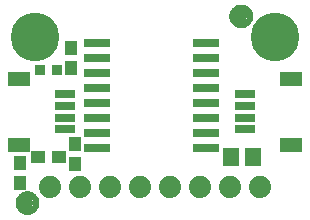
<source format=gbr>
G04 EAGLE Gerber RS-274X export*
G75*
%MOMM*%
%FSLAX34Y34*%
%LPD*%
%INSoldermask Top*%
%IPPOS*%
%AMOC8*
5,1,8,0,0,1.08239X$1,22.5*%
G01*
%ADD10R,1.341600X1.601600*%
%ADD11R,1.101600X1.176600*%
%ADD12C,4.117600*%
%ADD13R,1.651600X0.701600*%
%ADD14R,1.901600X1.301600*%
%ADD15C,1.101600*%
%ADD16C,0.469900*%
%ADD17R,0.901600X0.901600*%
%ADD18R,2.301600X0.701600*%
%ADD19C,1.879600*%
%ADD20R,1.176600X1.101600*%


D10*
X191160Y50800D03*
X210160Y50800D03*
D11*
X12700Y28330D03*
X12700Y45330D03*
D12*
X25400Y152400D03*
X228600Y152400D03*
D13*
X203460Y83900D03*
X203460Y93900D03*
X203460Y73900D03*
X203460Y103900D03*
D14*
X242460Y60900D03*
X242460Y116900D03*
D13*
X50540Y93900D03*
X50540Y83900D03*
X50540Y103900D03*
X50540Y73900D03*
D14*
X11540Y116900D03*
X11540Y60900D03*
D15*
X200025Y169545D03*
D16*
X200025Y177045D02*
X199844Y177043D01*
X199663Y177036D01*
X199482Y177025D01*
X199301Y177010D01*
X199121Y176990D01*
X198941Y176966D01*
X198762Y176938D01*
X198584Y176905D01*
X198407Y176868D01*
X198230Y176827D01*
X198055Y176782D01*
X197880Y176732D01*
X197707Y176678D01*
X197536Y176620D01*
X197365Y176558D01*
X197197Y176491D01*
X197030Y176421D01*
X196864Y176347D01*
X196701Y176268D01*
X196540Y176186D01*
X196380Y176100D01*
X196223Y176010D01*
X196068Y175916D01*
X195915Y175819D01*
X195765Y175717D01*
X195617Y175613D01*
X195471Y175504D01*
X195329Y175393D01*
X195189Y175277D01*
X195052Y175159D01*
X194917Y175037D01*
X194786Y174912D01*
X194658Y174784D01*
X194533Y174653D01*
X194411Y174518D01*
X194293Y174381D01*
X194177Y174241D01*
X194066Y174099D01*
X193957Y173953D01*
X193853Y173805D01*
X193751Y173655D01*
X193654Y173502D01*
X193560Y173347D01*
X193470Y173190D01*
X193384Y173030D01*
X193302Y172869D01*
X193223Y172706D01*
X193149Y172540D01*
X193079Y172373D01*
X193012Y172205D01*
X192950Y172034D01*
X192892Y171863D01*
X192838Y171690D01*
X192788Y171515D01*
X192743Y171340D01*
X192702Y171163D01*
X192665Y170986D01*
X192632Y170808D01*
X192604Y170629D01*
X192580Y170449D01*
X192560Y170269D01*
X192545Y170088D01*
X192534Y169907D01*
X192527Y169726D01*
X192525Y169545D01*
X200025Y177045D02*
X200206Y177043D01*
X200387Y177036D01*
X200568Y177025D01*
X200749Y177010D01*
X200929Y176990D01*
X201109Y176966D01*
X201288Y176938D01*
X201466Y176905D01*
X201643Y176868D01*
X201820Y176827D01*
X201995Y176782D01*
X202170Y176732D01*
X202343Y176678D01*
X202514Y176620D01*
X202685Y176558D01*
X202853Y176491D01*
X203020Y176421D01*
X203186Y176347D01*
X203349Y176268D01*
X203510Y176186D01*
X203670Y176100D01*
X203827Y176010D01*
X203982Y175916D01*
X204135Y175819D01*
X204285Y175717D01*
X204433Y175613D01*
X204579Y175504D01*
X204721Y175393D01*
X204861Y175277D01*
X204998Y175159D01*
X205133Y175037D01*
X205264Y174912D01*
X205392Y174784D01*
X205517Y174653D01*
X205639Y174518D01*
X205757Y174381D01*
X205873Y174241D01*
X205984Y174099D01*
X206093Y173953D01*
X206197Y173805D01*
X206299Y173655D01*
X206396Y173502D01*
X206490Y173347D01*
X206580Y173190D01*
X206666Y173030D01*
X206748Y172869D01*
X206827Y172706D01*
X206901Y172540D01*
X206971Y172373D01*
X207038Y172205D01*
X207100Y172034D01*
X207158Y171863D01*
X207212Y171690D01*
X207262Y171515D01*
X207307Y171340D01*
X207348Y171163D01*
X207385Y170986D01*
X207418Y170808D01*
X207446Y170629D01*
X207470Y170449D01*
X207490Y170269D01*
X207505Y170088D01*
X207516Y169907D01*
X207523Y169726D01*
X207525Y169545D01*
X207523Y169364D01*
X207516Y169183D01*
X207505Y169002D01*
X207490Y168821D01*
X207470Y168641D01*
X207446Y168461D01*
X207418Y168282D01*
X207385Y168104D01*
X207348Y167927D01*
X207307Y167750D01*
X207262Y167575D01*
X207212Y167400D01*
X207158Y167227D01*
X207100Y167056D01*
X207038Y166885D01*
X206971Y166717D01*
X206901Y166550D01*
X206827Y166384D01*
X206748Y166221D01*
X206666Y166060D01*
X206580Y165900D01*
X206490Y165743D01*
X206396Y165588D01*
X206299Y165435D01*
X206197Y165285D01*
X206093Y165137D01*
X205984Y164991D01*
X205873Y164849D01*
X205757Y164709D01*
X205639Y164572D01*
X205517Y164437D01*
X205392Y164306D01*
X205264Y164178D01*
X205133Y164053D01*
X204998Y163931D01*
X204861Y163813D01*
X204721Y163697D01*
X204579Y163586D01*
X204433Y163477D01*
X204285Y163373D01*
X204135Y163271D01*
X203982Y163174D01*
X203827Y163080D01*
X203670Y162990D01*
X203510Y162904D01*
X203349Y162822D01*
X203186Y162743D01*
X203020Y162669D01*
X202853Y162599D01*
X202685Y162532D01*
X202514Y162470D01*
X202343Y162412D01*
X202170Y162358D01*
X201995Y162308D01*
X201820Y162263D01*
X201643Y162222D01*
X201466Y162185D01*
X201288Y162152D01*
X201109Y162124D01*
X200929Y162100D01*
X200749Y162080D01*
X200568Y162065D01*
X200387Y162054D01*
X200206Y162047D01*
X200025Y162045D01*
X199844Y162047D01*
X199663Y162054D01*
X199482Y162065D01*
X199301Y162080D01*
X199121Y162100D01*
X198941Y162124D01*
X198762Y162152D01*
X198584Y162185D01*
X198407Y162222D01*
X198230Y162263D01*
X198055Y162308D01*
X197880Y162358D01*
X197707Y162412D01*
X197536Y162470D01*
X197365Y162532D01*
X197197Y162599D01*
X197030Y162669D01*
X196864Y162743D01*
X196701Y162822D01*
X196540Y162904D01*
X196380Y162990D01*
X196223Y163080D01*
X196068Y163174D01*
X195915Y163271D01*
X195765Y163373D01*
X195617Y163477D01*
X195471Y163586D01*
X195329Y163697D01*
X195189Y163813D01*
X195052Y163931D01*
X194917Y164053D01*
X194786Y164178D01*
X194658Y164306D01*
X194533Y164437D01*
X194411Y164572D01*
X194293Y164709D01*
X194177Y164849D01*
X194066Y164991D01*
X193957Y165137D01*
X193853Y165285D01*
X193751Y165435D01*
X193654Y165588D01*
X193560Y165743D01*
X193470Y165900D01*
X193384Y166060D01*
X193302Y166221D01*
X193223Y166384D01*
X193149Y166550D01*
X193079Y166717D01*
X193012Y166885D01*
X192950Y167056D01*
X192892Y167227D01*
X192838Y167400D01*
X192788Y167575D01*
X192743Y167750D01*
X192702Y167927D01*
X192665Y168104D01*
X192632Y168282D01*
X192604Y168461D01*
X192580Y168641D01*
X192560Y168821D01*
X192545Y169002D01*
X192534Y169183D01*
X192527Y169364D01*
X192525Y169545D01*
D15*
X19050Y11430D03*
D16*
X19050Y18930D02*
X18869Y18928D01*
X18688Y18921D01*
X18507Y18910D01*
X18326Y18895D01*
X18146Y18875D01*
X17966Y18851D01*
X17787Y18823D01*
X17609Y18790D01*
X17432Y18753D01*
X17255Y18712D01*
X17080Y18667D01*
X16905Y18617D01*
X16732Y18563D01*
X16561Y18505D01*
X16390Y18443D01*
X16222Y18376D01*
X16055Y18306D01*
X15889Y18232D01*
X15726Y18153D01*
X15565Y18071D01*
X15405Y17985D01*
X15248Y17895D01*
X15093Y17801D01*
X14940Y17704D01*
X14790Y17602D01*
X14642Y17498D01*
X14496Y17389D01*
X14354Y17278D01*
X14214Y17162D01*
X14077Y17044D01*
X13942Y16922D01*
X13811Y16797D01*
X13683Y16669D01*
X13558Y16538D01*
X13436Y16403D01*
X13318Y16266D01*
X13202Y16126D01*
X13091Y15984D01*
X12982Y15838D01*
X12878Y15690D01*
X12776Y15540D01*
X12679Y15387D01*
X12585Y15232D01*
X12495Y15075D01*
X12409Y14915D01*
X12327Y14754D01*
X12248Y14591D01*
X12174Y14425D01*
X12104Y14258D01*
X12037Y14090D01*
X11975Y13919D01*
X11917Y13748D01*
X11863Y13575D01*
X11813Y13400D01*
X11768Y13225D01*
X11727Y13048D01*
X11690Y12871D01*
X11657Y12693D01*
X11629Y12514D01*
X11605Y12334D01*
X11585Y12154D01*
X11570Y11973D01*
X11559Y11792D01*
X11552Y11611D01*
X11550Y11430D01*
X19050Y18930D02*
X19231Y18928D01*
X19412Y18921D01*
X19593Y18910D01*
X19774Y18895D01*
X19954Y18875D01*
X20134Y18851D01*
X20313Y18823D01*
X20491Y18790D01*
X20668Y18753D01*
X20845Y18712D01*
X21020Y18667D01*
X21195Y18617D01*
X21368Y18563D01*
X21539Y18505D01*
X21710Y18443D01*
X21878Y18376D01*
X22045Y18306D01*
X22211Y18232D01*
X22374Y18153D01*
X22535Y18071D01*
X22695Y17985D01*
X22852Y17895D01*
X23007Y17801D01*
X23160Y17704D01*
X23310Y17602D01*
X23458Y17498D01*
X23604Y17389D01*
X23746Y17278D01*
X23886Y17162D01*
X24023Y17044D01*
X24158Y16922D01*
X24289Y16797D01*
X24417Y16669D01*
X24542Y16538D01*
X24664Y16403D01*
X24782Y16266D01*
X24898Y16126D01*
X25009Y15984D01*
X25118Y15838D01*
X25222Y15690D01*
X25324Y15540D01*
X25421Y15387D01*
X25515Y15232D01*
X25605Y15075D01*
X25691Y14915D01*
X25773Y14754D01*
X25852Y14591D01*
X25926Y14425D01*
X25996Y14258D01*
X26063Y14090D01*
X26125Y13919D01*
X26183Y13748D01*
X26237Y13575D01*
X26287Y13400D01*
X26332Y13225D01*
X26373Y13048D01*
X26410Y12871D01*
X26443Y12693D01*
X26471Y12514D01*
X26495Y12334D01*
X26515Y12154D01*
X26530Y11973D01*
X26541Y11792D01*
X26548Y11611D01*
X26550Y11430D01*
X26548Y11249D01*
X26541Y11068D01*
X26530Y10887D01*
X26515Y10706D01*
X26495Y10526D01*
X26471Y10346D01*
X26443Y10167D01*
X26410Y9989D01*
X26373Y9812D01*
X26332Y9635D01*
X26287Y9460D01*
X26237Y9285D01*
X26183Y9112D01*
X26125Y8941D01*
X26063Y8770D01*
X25996Y8602D01*
X25926Y8435D01*
X25852Y8269D01*
X25773Y8106D01*
X25691Y7945D01*
X25605Y7785D01*
X25515Y7628D01*
X25421Y7473D01*
X25324Y7320D01*
X25222Y7170D01*
X25118Y7022D01*
X25009Y6876D01*
X24898Y6734D01*
X24782Y6594D01*
X24664Y6457D01*
X24542Y6322D01*
X24417Y6191D01*
X24289Y6063D01*
X24158Y5938D01*
X24023Y5816D01*
X23886Y5698D01*
X23746Y5582D01*
X23604Y5471D01*
X23458Y5362D01*
X23310Y5258D01*
X23160Y5156D01*
X23007Y5059D01*
X22852Y4965D01*
X22695Y4875D01*
X22535Y4789D01*
X22374Y4707D01*
X22211Y4628D01*
X22045Y4554D01*
X21878Y4484D01*
X21710Y4417D01*
X21539Y4355D01*
X21368Y4297D01*
X21195Y4243D01*
X21020Y4193D01*
X20845Y4148D01*
X20668Y4107D01*
X20491Y4070D01*
X20313Y4037D01*
X20134Y4009D01*
X19954Y3985D01*
X19774Y3965D01*
X19593Y3950D01*
X19412Y3939D01*
X19231Y3932D01*
X19050Y3930D01*
X18869Y3932D01*
X18688Y3939D01*
X18507Y3950D01*
X18326Y3965D01*
X18146Y3985D01*
X17966Y4009D01*
X17787Y4037D01*
X17609Y4070D01*
X17432Y4107D01*
X17255Y4148D01*
X17080Y4193D01*
X16905Y4243D01*
X16732Y4297D01*
X16561Y4355D01*
X16390Y4417D01*
X16222Y4484D01*
X16055Y4554D01*
X15889Y4628D01*
X15726Y4707D01*
X15565Y4789D01*
X15405Y4875D01*
X15248Y4965D01*
X15093Y5059D01*
X14940Y5156D01*
X14790Y5258D01*
X14642Y5362D01*
X14496Y5471D01*
X14354Y5582D01*
X14214Y5698D01*
X14077Y5816D01*
X13942Y5938D01*
X13811Y6063D01*
X13683Y6191D01*
X13558Y6322D01*
X13436Y6457D01*
X13318Y6594D01*
X13202Y6734D01*
X13091Y6876D01*
X12982Y7022D01*
X12878Y7170D01*
X12776Y7320D01*
X12679Y7473D01*
X12585Y7628D01*
X12495Y7785D01*
X12409Y7945D01*
X12327Y8106D01*
X12248Y8269D01*
X12174Y8435D01*
X12104Y8602D01*
X12037Y8770D01*
X11975Y8941D01*
X11917Y9112D01*
X11863Y9285D01*
X11813Y9460D01*
X11768Y9635D01*
X11727Y9812D01*
X11690Y9989D01*
X11657Y10167D01*
X11629Y10346D01*
X11605Y10526D01*
X11585Y10706D01*
X11570Y10887D01*
X11559Y11068D01*
X11552Y11249D01*
X11550Y11430D01*
D17*
X29330Y124460D03*
X44330Y124460D03*
D18*
X169825Y71120D03*
X77825Y96520D03*
X169825Y58420D03*
X169825Y83820D03*
X169825Y96520D03*
X77825Y83820D03*
X77825Y109220D03*
X77825Y121920D03*
X169825Y121920D03*
X77825Y147320D03*
X169825Y109220D03*
X169825Y134620D03*
X77825Y134620D03*
X169825Y147320D03*
X77825Y71120D03*
X77825Y58420D03*
D19*
X38100Y25400D03*
X63500Y25400D03*
X88900Y25400D03*
X114300Y25400D03*
X139700Y25400D03*
X165100Y25400D03*
X190500Y25400D03*
X215900Y25400D03*
D11*
X59055Y61840D03*
X59055Y44840D03*
D20*
X45330Y50800D03*
X28330Y50800D03*
D11*
X55880Y126120D03*
X55880Y143120D03*
M02*

</source>
